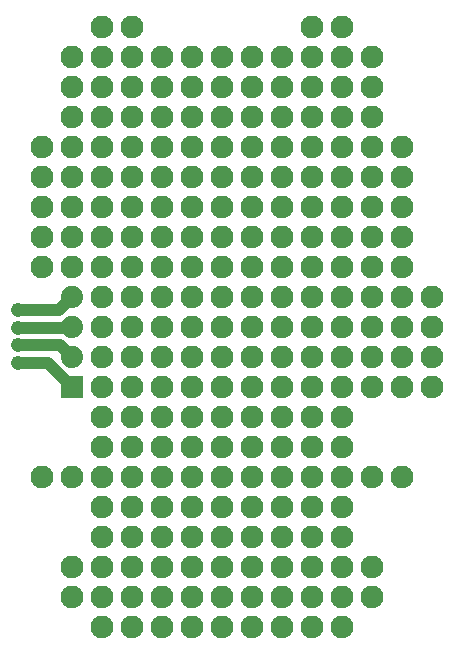
<source format=gbr>
G04 EAGLE Gerber RS-274X export*
G75*
%MOMM*%
%FSLAX34Y34*%
%LPD*%
%INTop Copper*%
%IPPOS*%
%AMOC8*
5,1,8,0,0,1.08239X$1,22.5*%
G01*
%ADD10C,1.208000*%
%ADD11R,1.879600X1.879600*%
%ADD12C,1.879600*%
%ADD13C,1.016000*%
%ADD14C,1.930400*%


D10*
X-172720Y319320D03*
X-172720Y304320D03*
X-172720Y289320D03*
X-172720Y274320D03*
D11*
X-127000Y254000D03*
D12*
X-127000Y279400D03*
X-127000Y304800D03*
X-127000Y330200D03*
D13*
X-147320Y274320D02*
X-172720Y274320D01*
X-147320Y274320D02*
X-127000Y254000D01*
X-136920Y289320D02*
X-172720Y289320D01*
X-136920Y289320D02*
X-127000Y279400D01*
X-127480Y304320D02*
X-172720Y304320D01*
X-127480Y304320D02*
X-127000Y304800D01*
X-137880Y319320D02*
X-172720Y319320D01*
X-137880Y319320D02*
X-127000Y330200D01*
D14*
X-101600Y330200D03*
X-101600Y304800D03*
X-101600Y279400D03*
X-101600Y254000D03*
X-101600Y228600D03*
X-101600Y203200D03*
X-76200Y203200D03*
X-76200Y228600D03*
X-76200Y254000D03*
X-76200Y279400D03*
X-76200Y304800D03*
X-76200Y330200D03*
X-76200Y355600D03*
X-101600Y355600D03*
X-127000Y355600D03*
X-127000Y381000D03*
X-101600Y381000D03*
X-76200Y381000D03*
X-50800Y381000D03*
X-50800Y355600D03*
X-50800Y330200D03*
X-50800Y304800D03*
X-50800Y279400D03*
X-50800Y254000D03*
X-50800Y228600D03*
X-50800Y203200D03*
X0Y203200D03*
X-25400Y203200D03*
X-25400Y228600D03*
X-25400Y254000D03*
X-25400Y279400D03*
X-25400Y304800D03*
X-25400Y330200D03*
X-25400Y355600D03*
X-25400Y381000D03*
X-25400Y406400D03*
X-50800Y406400D03*
X-76200Y406400D03*
X-101600Y406400D03*
X-127000Y406400D03*
X-152400Y406400D03*
X-152400Y381000D03*
X-152400Y355600D03*
X0Y406400D03*
X0Y355600D03*
X0Y381000D03*
X0Y330200D03*
X0Y304800D03*
X0Y279400D03*
X0Y254000D03*
X0Y228600D03*
X25400Y203200D03*
X25400Y228600D03*
X25400Y254000D03*
X25400Y279400D03*
X25400Y304800D03*
X25400Y355600D03*
X25400Y381000D03*
X25400Y406400D03*
X50800Y406400D03*
X50800Y381000D03*
X50800Y355600D03*
X25400Y330200D03*
X50800Y330200D03*
X50800Y304800D03*
X50800Y279400D03*
X50800Y254000D03*
X50800Y228600D03*
X50800Y203200D03*
X101600Y203200D03*
X76200Y203200D03*
X76200Y228600D03*
X76200Y254000D03*
X76200Y279400D03*
X76200Y304800D03*
X76200Y330200D03*
X76200Y355600D03*
X76200Y381000D03*
X76200Y406400D03*
X101600Y406400D03*
X101600Y381000D03*
X101600Y355600D03*
X101600Y304800D03*
X101600Y279400D03*
X101600Y254000D03*
X101600Y228600D03*
X101600Y330200D03*
X127000Y406400D03*
X127000Y381000D03*
X127000Y355600D03*
X127000Y330200D03*
X127000Y304800D03*
X127000Y279400D03*
X127000Y254000D03*
X152400Y254000D03*
X152400Y279400D03*
X152400Y304800D03*
X152400Y330200D03*
X152400Y355600D03*
X152400Y381000D03*
X152400Y406400D03*
X177800Y330200D03*
X177800Y304800D03*
X177800Y279400D03*
X177800Y254000D03*
X101600Y177800D03*
X101600Y152400D03*
X101600Y127000D03*
X101600Y101600D03*
X76200Y177800D03*
X25400Y177800D03*
X50800Y177800D03*
X0Y177800D03*
X-25400Y177800D03*
X-50800Y177800D03*
X-76200Y177800D03*
X-101600Y177800D03*
X-101600Y152400D03*
X-101600Y127000D03*
X-101600Y101600D03*
X-76200Y101600D03*
X-76200Y127000D03*
X-76200Y152400D03*
X-50800Y152400D03*
X0Y152400D03*
X-25400Y152400D03*
X25400Y152400D03*
X50800Y152400D03*
X76200Y152400D03*
X76200Y127000D03*
X50800Y127000D03*
X25400Y127000D03*
X0Y127000D03*
X-25400Y127000D03*
X-50800Y127000D03*
X-50800Y101600D03*
X0Y101600D03*
X-25400Y101600D03*
X25400Y101600D03*
X50800Y101600D03*
X76200Y101600D03*
X101600Y76200D03*
X101600Y50800D03*
X76200Y50800D03*
X50800Y50800D03*
X0Y50800D03*
X-50800Y50800D03*
X-76200Y50800D03*
X-101600Y50800D03*
X-101600Y76200D03*
X-76200Y76200D03*
X-50800Y76200D03*
X-25400Y76200D03*
X0Y76200D03*
X25400Y76200D03*
X50800Y76200D03*
X76200Y76200D03*
X25400Y50800D03*
X-25400Y50800D03*
X-127000Y76200D03*
X-127000Y101600D03*
X-127000Y177800D03*
X127000Y177800D03*
X127000Y101600D03*
X127000Y76200D03*
X-152400Y431800D03*
X-127000Y431800D03*
X-101600Y431800D03*
X-76200Y431800D03*
X-50800Y431800D03*
X-25400Y431800D03*
X0Y431800D03*
X25400Y431800D03*
X50800Y431800D03*
X76200Y431800D03*
X101600Y431800D03*
X127000Y431800D03*
X152400Y431800D03*
X152400Y457200D03*
X127000Y457200D03*
X101600Y457200D03*
X76200Y457200D03*
X50800Y457200D03*
X25400Y457200D03*
X0Y457200D03*
X-25400Y457200D03*
X-50800Y457200D03*
X-76200Y457200D03*
X-101600Y457200D03*
X-127000Y457200D03*
X-152400Y457200D03*
X-127000Y482600D03*
X-101600Y482600D03*
X-76200Y482600D03*
X-50800Y482600D03*
X-25400Y482600D03*
X0Y482600D03*
X25400Y482600D03*
X50800Y482600D03*
X76200Y482600D03*
X101600Y482600D03*
X127000Y482600D03*
X127000Y508000D03*
X127000Y533400D03*
X101600Y508000D03*
X101600Y533400D03*
X76200Y533400D03*
X76200Y508000D03*
X50800Y508000D03*
X50800Y533400D03*
X25400Y533400D03*
X25400Y508000D03*
X0Y508000D03*
X0Y533400D03*
X-25400Y533400D03*
X-25400Y508000D03*
X-50800Y508000D03*
X-50800Y533400D03*
X-76200Y533400D03*
X-76200Y508000D03*
X-101600Y508000D03*
X-101600Y533400D03*
X-127000Y533400D03*
X-127000Y508000D03*
X-101600Y558800D03*
X-76200Y558800D03*
X76200Y558800D03*
X101600Y558800D03*
X152400Y177800D03*
X-152400Y177800D03*
M02*

</source>
